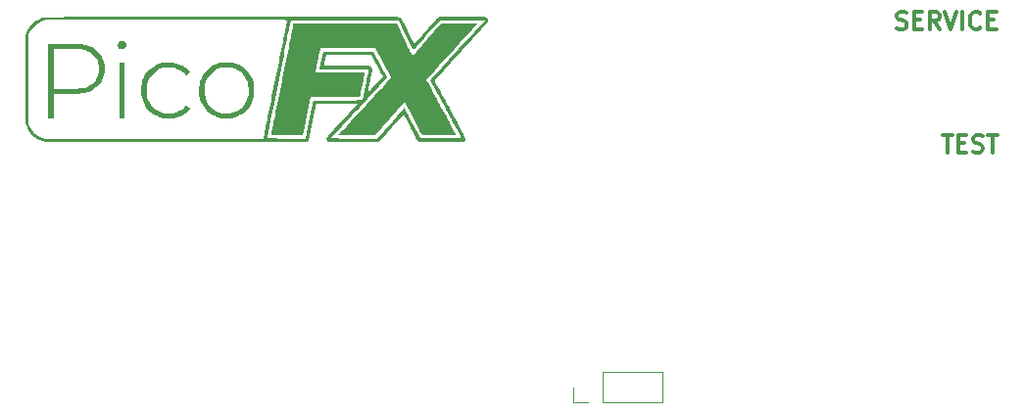
<source format=gto>
%TF.GenerationSoftware,KiCad,Pcbnew,(6.0.8)*%
%TF.CreationDate,2022-10-27T12:36:15-06:00*%
%TF.ProjectId,plate,706c6174-652e-46b6-9963-61645f706362,rev?*%
%TF.SameCoordinates,Original*%
%TF.FileFunction,Legend,Top*%
%TF.FilePolarity,Positive*%
%FSLAX46Y46*%
G04 Gerber Fmt 4.6, Leading zero omitted, Abs format (unit mm)*
G04 Created by KiCad (PCBNEW (6.0.8)) date 2022-10-27 12:36:15*
%MOMM*%
%LPD*%
G01*
G04 APERTURE LIST*
%ADD10C,0.300000*%
%ADD11C,0.120000*%
%ADD12R,1.700000X1.700000*%
%ADD13O,1.700000X1.700000*%
%ADD14C,2.100000*%
%ADD15C,1.750000*%
G04 APERTURE END LIST*
D10*
X209252428Y-102810571D02*
X210109571Y-102810571D01*
X209681000Y-104310571D02*
X209681000Y-102810571D01*
X210609571Y-103524857D02*
X211109571Y-103524857D01*
X211323857Y-104310571D02*
X210609571Y-104310571D01*
X210609571Y-102810571D01*
X211323857Y-102810571D01*
X211895285Y-104239142D02*
X212109571Y-104310571D01*
X212466714Y-104310571D01*
X212609571Y-104239142D01*
X212681000Y-104167714D01*
X212752428Y-104024857D01*
X212752428Y-103882000D01*
X212681000Y-103739142D01*
X212609571Y-103667714D01*
X212466714Y-103596285D01*
X212181000Y-103524857D01*
X212038142Y-103453428D01*
X211966714Y-103382000D01*
X211895285Y-103239142D01*
X211895285Y-103096285D01*
X211966714Y-102953428D01*
X212038142Y-102882000D01*
X212181000Y-102810571D01*
X212538142Y-102810571D01*
X212752428Y-102882000D01*
X213181000Y-102810571D02*
X214038142Y-102810571D01*
X213609571Y-104310571D02*
X213609571Y-102810571D01*
X205323857Y-93571142D02*
X205538142Y-93642571D01*
X205895285Y-93642571D01*
X206038142Y-93571142D01*
X206109571Y-93499714D01*
X206181000Y-93356857D01*
X206181000Y-93214000D01*
X206109571Y-93071142D01*
X206038142Y-92999714D01*
X205895285Y-92928285D01*
X205609571Y-92856857D01*
X205466714Y-92785428D01*
X205395285Y-92714000D01*
X205323857Y-92571142D01*
X205323857Y-92428285D01*
X205395285Y-92285428D01*
X205466714Y-92214000D01*
X205609571Y-92142571D01*
X205966714Y-92142571D01*
X206181000Y-92214000D01*
X206823857Y-92856857D02*
X207323857Y-92856857D01*
X207538142Y-93642571D02*
X206823857Y-93642571D01*
X206823857Y-92142571D01*
X207538142Y-92142571D01*
X209038142Y-93642571D02*
X208538142Y-92928285D01*
X208181000Y-93642571D02*
X208181000Y-92142571D01*
X208752428Y-92142571D01*
X208895285Y-92214000D01*
X208966714Y-92285428D01*
X209038142Y-92428285D01*
X209038142Y-92642571D01*
X208966714Y-92785428D01*
X208895285Y-92856857D01*
X208752428Y-92928285D01*
X208181000Y-92928285D01*
X209466714Y-92142571D02*
X209966714Y-93642571D01*
X210466714Y-92142571D01*
X210966714Y-93642571D02*
X210966714Y-92142571D01*
X212538142Y-93499714D02*
X212466714Y-93571142D01*
X212252428Y-93642571D01*
X212109571Y-93642571D01*
X211895285Y-93571142D01*
X211752428Y-93428285D01*
X211681000Y-93285428D01*
X211609571Y-92999714D01*
X211609571Y-92785428D01*
X211681000Y-92499714D01*
X211752428Y-92356857D01*
X211895285Y-92214000D01*
X212109571Y-92142571D01*
X212252428Y-92142571D01*
X212466714Y-92214000D01*
X212538142Y-92285428D01*
X213181000Y-92856857D02*
X213681000Y-92856857D01*
X213895285Y-93642571D02*
X213181000Y-93642571D01*
X213181000Y-92142571D01*
X213895285Y-92142571D01*
D11*
%TO.C,REF\u002A\u002A*%
X178650000Y-125940000D02*
X177320000Y-125940000D01*
X179920000Y-125940000D02*
X185060000Y-125940000D01*
X179920000Y-125940000D02*
X179920000Y-123280000D01*
X177320000Y-125940000D02*
X177320000Y-124610000D01*
X179920000Y-123280000D02*
X185060000Y-123280000D01*
X185060000Y-125940000D02*
X185060000Y-123280000D01*
%TO.C,G\u002A\u002A\u002A*%
G36*
X130019152Y-101525051D02*
G01*
X130014510Y-101447704D01*
X130010494Y-101357546D01*
X130007065Y-101252818D01*
X130004187Y-101131759D01*
X130001823Y-100992608D01*
X129999936Y-100833604D01*
X129998490Y-100652988D01*
X129997447Y-100448997D01*
X129996771Y-100219872D01*
X129996424Y-99963853D01*
X129996370Y-99679177D01*
X129996572Y-99364086D01*
X129996993Y-99016817D01*
X129997597Y-98635612D01*
X129998345Y-98218708D01*
X129998994Y-97873874D01*
X129999831Y-97441602D01*
X130000642Y-97046400D01*
X130001447Y-96686529D01*
X130002266Y-96360252D01*
X130003119Y-96065829D01*
X130004025Y-95801522D01*
X130005004Y-95565593D01*
X130006077Y-95356303D01*
X130007262Y-95171914D01*
X130008579Y-95010688D01*
X130010049Y-94870886D01*
X130011691Y-94750770D01*
X130013525Y-94648601D01*
X130015571Y-94562641D01*
X130017849Y-94491151D01*
X130020377Y-94432394D01*
X130023177Y-94384630D01*
X130026268Y-94346121D01*
X130029669Y-94315130D01*
X130033400Y-94289916D01*
X130037482Y-94268743D01*
X130040162Y-94257031D01*
X130123542Y-93983524D01*
X130236872Y-93726672D01*
X130377689Y-93490559D01*
X130543529Y-93279272D01*
X130731929Y-93096896D01*
X130747517Y-93083992D01*
X130976952Y-92918009D01*
X131220504Y-92785147D01*
X131483814Y-92682627D01*
X131665128Y-92631697D01*
X131674848Y-92629578D01*
X131686781Y-92627545D01*
X131701731Y-92625597D01*
X131720505Y-92623730D01*
X131743907Y-92621944D01*
X131772743Y-92620235D01*
X131807818Y-92618602D01*
X131849937Y-92617043D01*
X131899907Y-92615556D01*
X131958532Y-92614138D01*
X132026618Y-92612787D01*
X132104970Y-92611501D01*
X132194394Y-92610279D01*
X132295694Y-92609118D01*
X132409677Y-92608015D01*
X132537147Y-92606970D01*
X132678910Y-92605979D01*
X132835772Y-92605040D01*
X133008537Y-92604152D01*
X133198011Y-92603313D01*
X133405000Y-92602520D01*
X133630309Y-92601770D01*
X133874743Y-92601063D01*
X134139107Y-92600396D01*
X134424207Y-92599766D01*
X134730849Y-92599172D01*
X135059837Y-92598612D01*
X135411978Y-92598083D01*
X135788076Y-92597584D01*
X136188936Y-92597111D01*
X136615365Y-92596664D01*
X137068167Y-92596240D01*
X137548149Y-92595837D01*
X138056114Y-92595452D01*
X138592870Y-92595085D01*
X139159220Y-92594731D01*
X139755970Y-92594391D01*
X140383927Y-92594060D01*
X141043895Y-92593738D01*
X141736679Y-92593422D01*
X142463085Y-92593110D01*
X143223918Y-92592799D01*
X144019984Y-92592489D01*
X144852088Y-92592176D01*
X145721035Y-92591859D01*
X146627631Y-92591535D01*
X147038389Y-92591390D01*
X148078721Y-92591049D01*
X149083484Y-92590769D01*
X150052562Y-92590550D01*
X150985834Y-92590393D01*
X151883184Y-92590297D01*
X152744492Y-92590262D01*
X153569641Y-92590288D01*
X154358510Y-92590376D01*
X155110983Y-92590524D01*
X155826941Y-92590733D01*
X156506266Y-92591002D01*
X157148838Y-92591332D01*
X157754540Y-92591722D01*
X158323253Y-92592173D01*
X158854859Y-92592684D01*
X159349239Y-92593255D01*
X159806275Y-92593885D01*
X160225848Y-92594576D01*
X160607841Y-92595327D01*
X160952134Y-92596137D01*
X161258609Y-92597006D01*
X161527149Y-92597936D01*
X161757633Y-92598924D01*
X161949945Y-92599972D01*
X162103965Y-92601079D01*
X162219575Y-92602244D01*
X162296657Y-92603469D01*
X162335093Y-92604753D01*
X162339466Y-92605234D01*
X162402801Y-92633528D01*
X162458610Y-92675778D01*
X162460834Y-92678110D01*
X162478341Y-92704613D01*
X162511667Y-92762634D01*
X162559154Y-92849039D01*
X162619144Y-92960695D01*
X162689979Y-93094468D01*
X162770001Y-93247226D01*
X162857553Y-93415835D01*
X162950977Y-93597162D01*
X163048615Y-93788074D01*
X163061437Y-93813250D01*
X163158292Y-94003071D01*
X163250088Y-94182144D01*
X163335304Y-94347552D01*
X163412417Y-94496378D01*
X163479903Y-94625708D01*
X163536239Y-94732623D01*
X163579903Y-94814209D01*
X163609372Y-94867549D01*
X163623123Y-94889726D01*
X163623827Y-94890179D01*
X163638289Y-94875291D01*
X163676486Y-94833598D01*
X163736413Y-94767341D01*
X163816066Y-94678760D01*
X163913440Y-94570094D01*
X164026531Y-94443585D01*
X164153335Y-94301471D01*
X164291848Y-94145993D01*
X164440065Y-93979391D01*
X164595981Y-93803905D01*
X164617557Y-93779603D01*
X164816397Y-93555993D01*
X164991121Y-93360326D01*
X165143018Y-93191208D01*
X165273379Y-93047248D01*
X165383491Y-92927052D01*
X165474647Y-92829226D01*
X165548134Y-92752378D01*
X165605243Y-92695115D01*
X165647264Y-92656043D01*
X165675486Y-92633769D01*
X165681912Y-92629909D01*
X165764372Y-92586250D01*
X169766699Y-92586250D01*
X169850175Y-92630392D01*
X169917476Y-92678241D01*
X169966539Y-92736148D01*
X169969652Y-92741663D01*
X169996975Y-92821162D01*
X170004234Y-92909897D01*
X169991325Y-92991993D01*
X169971568Y-93035040D01*
X169954989Y-93054601D01*
X169913501Y-93101224D01*
X169848471Y-93173411D01*
X169761269Y-93269666D01*
X169653261Y-93388492D01*
X169525815Y-93528392D01*
X169380300Y-93687868D01*
X169218083Y-93865423D01*
X169040531Y-94059561D01*
X168849014Y-94268784D01*
X168644899Y-94491596D01*
X168429554Y-94726499D01*
X168204346Y-94971997D01*
X167970643Y-95226592D01*
X167729814Y-95488787D01*
X167677158Y-95546093D01*
X167435107Y-95809575D01*
X167199964Y-96065684D01*
X166973088Y-96312931D01*
X166755843Y-96549825D01*
X166549591Y-96774877D01*
X166355692Y-96986596D01*
X166175511Y-97183494D01*
X166010407Y-97364080D01*
X165861744Y-97526863D01*
X165730883Y-97670356D01*
X165619186Y-97793067D01*
X165528015Y-97893506D01*
X165458732Y-97970185D01*
X165412699Y-98021612D01*
X165391279Y-98046299D01*
X165390001Y-98047999D01*
X165387282Y-98055492D01*
X165387382Y-98066974D01*
X165391167Y-98084092D01*
X165399500Y-98108495D01*
X165413246Y-98141832D01*
X165433270Y-98185752D01*
X165460435Y-98241904D01*
X165495607Y-98311936D01*
X165539650Y-98397498D01*
X165593428Y-98500238D01*
X165657806Y-98621805D01*
X165733648Y-98763847D01*
X165821819Y-98928015D01*
X165923184Y-99115955D01*
X166038606Y-99329318D01*
X166168950Y-99569751D01*
X166315081Y-99838905D01*
X166477862Y-100138427D01*
X166658160Y-100469966D01*
X166704630Y-100555396D01*
X166889290Y-100894915D01*
X167056252Y-101202056D01*
X167206402Y-101478513D01*
X167340626Y-101725978D01*
X167459811Y-101946142D01*
X167564844Y-102140698D01*
X167656610Y-102311339D01*
X167735996Y-102459756D01*
X167803889Y-102587641D01*
X167861175Y-102696687D01*
X167908741Y-102788586D01*
X167947472Y-102865030D01*
X167978255Y-102927711D01*
X168001977Y-102978321D01*
X168019524Y-103018553D01*
X168031782Y-103050099D01*
X168039638Y-103074651D01*
X168043978Y-103093901D01*
X168045688Y-103109541D01*
X168045836Y-103115818D01*
X168028819Y-103220492D01*
X167979711Y-103305947D01*
X167901430Y-103367822D01*
X167866876Y-103383406D01*
X167850253Y-103388658D01*
X167828243Y-103393276D01*
X167798503Y-103397291D01*
X167758691Y-103400734D01*
X167706463Y-103403636D01*
X167639477Y-103406027D01*
X167555391Y-103407940D01*
X167451860Y-103409404D01*
X167326543Y-103410452D01*
X167177097Y-103411113D01*
X167001178Y-103411419D01*
X166796445Y-103411402D01*
X166560553Y-103411091D01*
X166291161Y-103410519D01*
X165985926Y-103409716D01*
X165898624Y-103409468D01*
X164013368Y-103404049D01*
X163941869Y-103345837D01*
X163924857Y-103329206D01*
X163904337Y-103303249D01*
X163878987Y-103265521D01*
X163847484Y-103213579D01*
X163808506Y-103144981D01*
X163760731Y-103057281D01*
X163702836Y-102948038D01*
X163633498Y-102814806D01*
X163551396Y-102655144D01*
X163455207Y-102466607D01*
X163343609Y-102246752D01*
X163293566Y-102147928D01*
X163194509Y-101952363D01*
X163100499Y-101767071D01*
X163013016Y-101594949D01*
X162933540Y-101438893D01*
X162863548Y-101301799D01*
X162804521Y-101186561D01*
X162757937Y-101096076D01*
X162725277Y-101033240D01*
X162708018Y-101000947D01*
X162705728Y-100997198D01*
X162691563Y-101009726D01*
X162653855Y-101049367D01*
X162594535Y-101113957D01*
X162515533Y-101201331D01*
X162418780Y-101309324D01*
X162306207Y-101435772D01*
X162179742Y-101578510D01*
X162041318Y-101735374D01*
X161892865Y-101904198D01*
X161736312Y-102082818D01*
X161672053Y-102156299D01*
X161463269Y-102394766D01*
X161278710Y-102604631D01*
X161117487Y-102786873D01*
X160978706Y-102942476D01*
X160861479Y-103072420D01*
X160764914Y-103177687D01*
X160688120Y-103259257D01*
X160630206Y-103318114D01*
X160590281Y-103355237D01*
X160569993Y-103370344D01*
X160490575Y-103414255D01*
X158370770Y-103409152D01*
X158038492Y-103408343D01*
X157742824Y-103407578D01*
X157481567Y-103406810D01*
X157252524Y-103405994D01*
X157053496Y-103405084D01*
X156882285Y-103404035D01*
X156736692Y-103402801D01*
X156614520Y-103401337D01*
X156513570Y-103399596D01*
X156431643Y-103397534D01*
X156366542Y-103395105D01*
X156316069Y-103392262D01*
X156278024Y-103388961D01*
X156250210Y-103385155D01*
X156230429Y-103380799D01*
X156216482Y-103375848D01*
X156206171Y-103370256D01*
X156197384Y-103364042D01*
X156119033Y-103286497D01*
X156070907Y-103197151D01*
X156054983Y-103103058D01*
X156073241Y-103011272D01*
X156089322Y-102978857D01*
X156108003Y-102955173D01*
X156151228Y-102905104D01*
X156217130Y-102830703D01*
X156303844Y-102734022D01*
X156409503Y-102617113D01*
X156532242Y-102482027D01*
X156670194Y-102330817D01*
X156821492Y-102165533D01*
X156984272Y-101988229D01*
X157156667Y-101800956D01*
X157336810Y-101605766D01*
X157416080Y-101520029D01*
X157598001Y-101323275D01*
X157772388Y-101134479D01*
X157937441Y-100955600D01*
X158091360Y-100788597D01*
X158232346Y-100635428D01*
X158358600Y-100498053D01*
X158468321Y-100378431D01*
X158559711Y-100278519D01*
X158630970Y-100200278D01*
X158680298Y-100145666D01*
X158705896Y-100116641D01*
X158709218Y-100112395D01*
X158691222Y-100109920D01*
X158637017Y-100107562D01*
X158549202Y-100105346D01*
X158430376Y-100103296D01*
X158283138Y-100101436D01*
X158110086Y-100099791D01*
X157913820Y-100098386D01*
X157696938Y-100097244D01*
X157462041Y-100096391D01*
X157211726Y-100095850D01*
X156948592Y-100095647D01*
X156928889Y-100095646D01*
X156669228Y-100095701D01*
X156420898Y-100095861D01*
X156186607Y-100096118D01*
X155969061Y-100096465D01*
X155770968Y-100096892D01*
X155595035Y-100097394D01*
X155443970Y-100097960D01*
X155320479Y-100098585D01*
X155227270Y-100099259D01*
X155167049Y-100099976D01*
X155142525Y-100100726D01*
X155142093Y-100100841D01*
X155138249Y-100127575D01*
X155127194Y-100188611D01*
X155109643Y-100280472D01*
X155086312Y-100399679D01*
X155057915Y-100542754D01*
X155025167Y-100706217D01*
X154988785Y-100886591D01*
X154949481Y-101080396D01*
X154907973Y-101284155D01*
X154864975Y-101494389D01*
X154821202Y-101707619D01*
X154777369Y-101920368D01*
X154734191Y-102129155D01*
X154692384Y-102330503D01*
X154652663Y-102520934D01*
X154615742Y-102696968D01*
X154582338Y-102855128D01*
X154553164Y-102991935D01*
X154528936Y-103103909D01*
X154510370Y-103187574D01*
X154498180Y-103239450D01*
X154493504Y-103255716D01*
X154456814Y-103306471D01*
X154406666Y-103354050D01*
X154400178Y-103358860D01*
X154336822Y-103404049D01*
X143150343Y-103406479D01*
X142466488Y-103406598D01*
X141794508Y-103406657D01*
X141135420Y-103406657D01*
X140490246Y-103406599D01*
X139860003Y-103406485D01*
X139245711Y-103406315D01*
X138648389Y-103406092D01*
X138069056Y-103405817D01*
X137508732Y-103405490D01*
X136968435Y-103405113D01*
X136449185Y-103404688D01*
X135952001Y-103404216D01*
X135477902Y-103403697D01*
X135027907Y-103403134D01*
X134603035Y-103402528D01*
X134204306Y-103401880D01*
X133832738Y-103401191D01*
X133489350Y-103400463D01*
X133175163Y-103399697D01*
X132891195Y-103398894D01*
X132638465Y-103398056D01*
X132417992Y-103397183D01*
X132230795Y-103396278D01*
X132077895Y-103395341D01*
X131960309Y-103394374D01*
X131879056Y-103393379D01*
X131835157Y-103392355D01*
X131828036Y-103391909D01*
X131557624Y-103338989D01*
X131299144Y-103250870D01*
X131055580Y-103130115D01*
X130829921Y-102979289D01*
X130625153Y-102800955D01*
X130444263Y-102597678D01*
X130290236Y-102372023D01*
X130166060Y-102126551D01*
X130083198Y-101893939D01*
X130072231Y-101855691D01*
X130062184Y-101818717D01*
X130053020Y-101781257D01*
X130044702Y-101741551D01*
X130037193Y-101697838D01*
X130030456Y-101648357D01*
X130029395Y-101638274D01*
X130256302Y-101638274D01*
X130309794Y-101808804D01*
X130411213Y-102073102D01*
X130541486Y-102311513D01*
X130700481Y-102523882D01*
X130888067Y-102710053D01*
X131104114Y-102869868D01*
X131285557Y-102972747D01*
X131431802Y-103037172D01*
X131592341Y-103092669D01*
X131747761Y-103132787D01*
X131792328Y-103141169D01*
X131817613Y-103142187D01*
X131880507Y-103143197D01*
X131979811Y-103144198D01*
X132114327Y-103145187D01*
X132282856Y-103146161D01*
X132484199Y-103147119D01*
X132717158Y-103148058D01*
X132980532Y-103148976D01*
X133273124Y-103149871D01*
X133593734Y-103150740D01*
X133941164Y-103151580D01*
X134314214Y-103152391D01*
X134711687Y-103153169D01*
X135132383Y-103153913D01*
X135575102Y-103154619D01*
X136038648Y-103155286D01*
X136521819Y-103155911D01*
X137023419Y-103156492D01*
X137542247Y-103157027D01*
X138077105Y-103157513D01*
X138626794Y-103157949D01*
X139190115Y-103158331D01*
X139765870Y-103158658D01*
X140352859Y-103158927D01*
X140949884Y-103159136D01*
X141243888Y-103159215D01*
X150601528Y-103161498D01*
X150601528Y-103107468D01*
X150605281Y-103085771D01*
X150606238Y-103080739D01*
X150911994Y-103080739D01*
X150921847Y-103084954D01*
X150952561Y-103088665D01*
X151005867Y-103091895D01*
X151083497Y-103094669D01*
X151187183Y-103097009D01*
X151318657Y-103098939D01*
X151479649Y-103100484D01*
X151671892Y-103101665D01*
X151897118Y-103102507D01*
X152157057Y-103103034D01*
X152453442Y-103103268D01*
X152570677Y-103103285D01*
X154229360Y-103103285D01*
X154239836Y-103059626D01*
X154244936Y-103035289D01*
X154256862Y-102976713D01*
X154274940Y-102887273D01*
X154298495Y-102770344D01*
X154326850Y-102629304D01*
X154359331Y-102467526D01*
X154395262Y-102288388D01*
X154433970Y-102095264D01*
X154474777Y-101891531D01*
X154517009Y-101680564D01*
X154559992Y-101465740D01*
X154603049Y-101250433D01*
X154645506Y-101038019D01*
X154686687Y-100831875D01*
X154725917Y-100635376D01*
X154762521Y-100451897D01*
X154795825Y-100284815D01*
X154825151Y-100137505D01*
X154849827Y-100013343D01*
X154869175Y-99915705D01*
X154882522Y-99847966D01*
X154889191Y-99813503D01*
X154889839Y-99809769D01*
X154908831Y-99809078D01*
X154964153Y-99808415D01*
X155053330Y-99807784D01*
X155173884Y-99807192D01*
X155323339Y-99806646D01*
X155499218Y-99806150D01*
X155699043Y-99805712D01*
X155920337Y-99805336D01*
X156160624Y-99805030D01*
X156417427Y-99804799D01*
X156688269Y-99804649D01*
X156970673Y-99804586D01*
X157024293Y-99804584D01*
X157308574Y-99804466D01*
X157581755Y-99804120D01*
X157841357Y-99803563D01*
X158084905Y-99802810D01*
X158309921Y-99801877D01*
X158513928Y-99800779D01*
X158694449Y-99799531D01*
X158849008Y-99798149D01*
X158975127Y-99796648D01*
X159070330Y-99795044D01*
X159132139Y-99793353D01*
X159158078Y-99791589D01*
X159158747Y-99791254D01*
X159162519Y-99769853D01*
X159173321Y-99714211D01*
X159190387Y-99628102D01*
X159212946Y-99515303D01*
X159240232Y-99379589D01*
X159271475Y-99224735D01*
X159305906Y-99054516D01*
X159342758Y-98872708D01*
X159381262Y-98683085D01*
X159420649Y-98489424D01*
X159460151Y-98295499D01*
X159499000Y-98105086D01*
X159536426Y-97921960D01*
X159571663Y-97749896D01*
X159603940Y-97592669D01*
X159632490Y-97454056D01*
X159656544Y-97337830D01*
X159675335Y-97247768D01*
X159688092Y-97187644D01*
X159694048Y-97161235D01*
X159694182Y-97160772D01*
X159694349Y-97155461D01*
X159689968Y-97150733D01*
X159678927Y-97146555D01*
X159659111Y-97142892D01*
X159628406Y-97139710D01*
X159584698Y-97136977D01*
X159525873Y-97134658D01*
X159449817Y-97132719D01*
X159354417Y-97131127D01*
X159237557Y-97129848D01*
X159097125Y-97128848D01*
X158931005Y-97128093D01*
X158737085Y-97127549D01*
X158513250Y-97127184D01*
X158257386Y-97126962D01*
X157967378Y-97126851D01*
X157641114Y-97126816D01*
X157568916Y-97126815D01*
X157234802Y-97126791D01*
X156937373Y-97126696D01*
X156674504Y-97126496D01*
X156444071Y-97126158D01*
X156243952Y-97125648D01*
X156072021Y-97124933D01*
X155926155Y-97123977D01*
X155804231Y-97122748D01*
X155704123Y-97121212D01*
X155623709Y-97119334D01*
X155560865Y-97117082D01*
X155513467Y-97114422D01*
X155479390Y-97111319D01*
X155456511Y-97107740D01*
X155442706Y-97103651D01*
X155435852Y-97099018D01*
X155433824Y-97093808D01*
X155433806Y-97092858D01*
X155437741Y-97066797D01*
X155448676Y-97007070D01*
X155465760Y-96918014D01*
X155485710Y-96816349D01*
X155797309Y-96816349D01*
X157779415Y-96816349D01*
X158108524Y-96816420D01*
X158400952Y-96816654D01*
X158658827Y-96817078D01*
X158884277Y-96817721D01*
X159079430Y-96818609D01*
X159246413Y-96819773D01*
X159387353Y-96821239D01*
X159504379Y-96823036D01*
X159599617Y-96825191D01*
X159675196Y-96827734D01*
X159733243Y-96830692D01*
X159775885Y-96834093D01*
X159805251Y-96837966D01*
X159823468Y-96842338D01*
X159826254Y-96843396D01*
X159895129Y-96889140D01*
X159955434Y-96958693D01*
X159995139Y-97037211D01*
X160000950Y-97058900D01*
X159999987Y-97093829D01*
X159990479Y-97166169D01*
X159972501Y-97275495D01*
X159946132Y-97421380D01*
X159911450Y-97603399D01*
X159868532Y-97821124D01*
X159817454Y-98074129D01*
X159809034Y-98115389D01*
X159769960Y-98306973D01*
X159733342Y-98487222D01*
X159699902Y-98652532D01*
X159670363Y-98799298D01*
X159645448Y-98923915D01*
X159625878Y-99022778D01*
X159612376Y-99092283D01*
X159605663Y-99128826D01*
X159605042Y-99133412D01*
X159615402Y-99137949D01*
X159631588Y-99124747D01*
X159649799Y-99105089D01*
X159691625Y-99059844D01*
X159754363Y-98991941D01*
X159835304Y-98904311D01*
X159931745Y-98799882D01*
X160040978Y-98681585D01*
X160160297Y-98552350D01*
X160282228Y-98420273D01*
X160906322Y-97744212D01*
X160751520Y-97450067D01*
X160704708Y-97361331D01*
X160643102Y-97244877D01*
X160570163Y-97107232D01*
X160489355Y-96954923D01*
X160404140Y-96794478D01*
X160317981Y-96632425D01*
X160260964Y-96525287D01*
X159925210Y-95894653D01*
X157955251Y-95889711D01*
X155985292Y-95884768D01*
X155900565Y-96306899D01*
X155875372Y-96432310D01*
X155852308Y-96546915D01*
X155832619Y-96644536D01*
X155817553Y-96718995D01*
X155808357Y-96764112D01*
X155806574Y-96772690D01*
X155797309Y-96816349D01*
X155485710Y-96816349D01*
X155488139Y-96803970D01*
X155514961Y-96669275D01*
X155545373Y-96518268D01*
X155578521Y-96355287D01*
X155585423Y-96321544D01*
X155736389Y-95584187D01*
X157919000Y-95579253D01*
X160101612Y-95574319D01*
X160690322Y-96681494D01*
X161279032Y-97788668D01*
X161230658Y-97840973D01*
X161091988Y-97990945D01*
X160937540Y-98158038D01*
X160768849Y-98340592D01*
X160587448Y-98536943D01*
X160394872Y-98745428D01*
X160192655Y-98964386D01*
X159982331Y-99192153D01*
X159765433Y-99427068D01*
X159543496Y-99667468D01*
X159318053Y-99911690D01*
X159090639Y-100158072D01*
X158862787Y-100404952D01*
X158636032Y-100650666D01*
X158411907Y-100893553D01*
X158191946Y-101131949D01*
X157977684Y-101364193D01*
X157770653Y-101588622D01*
X157572390Y-101803573D01*
X157384426Y-102007385D01*
X157208296Y-102198394D01*
X157045535Y-102374937D01*
X156897676Y-102535354D01*
X156766253Y-102677980D01*
X156652799Y-102801154D01*
X156558850Y-102903212D01*
X156485939Y-102982494D01*
X156435599Y-103037335D01*
X156409366Y-103066074D01*
X156405836Y-103070045D01*
X156403180Y-103075373D01*
X156405680Y-103080102D01*
X156415484Y-103084265D01*
X156434739Y-103087901D01*
X156465593Y-103091043D01*
X156510193Y-103093728D01*
X156570685Y-103095991D01*
X156649219Y-103097869D01*
X156747940Y-103099396D01*
X156868996Y-103100608D01*
X157014536Y-103101542D01*
X157186705Y-103102232D01*
X157387651Y-103102715D01*
X157619522Y-103103026D01*
X157884466Y-103103200D01*
X158184628Y-103103274D01*
X158406948Y-103103285D01*
X160434691Y-103103285D01*
X161593110Y-101778954D01*
X161762995Y-101584851D01*
X161925661Y-101399216D01*
X162079288Y-101224115D01*
X162222055Y-101061613D01*
X162352141Y-100913773D01*
X162467727Y-100782662D01*
X162566991Y-100670344D01*
X162648114Y-100578884D01*
X162709274Y-100510346D01*
X162748651Y-100466797D01*
X162764425Y-100450300D01*
X162764573Y-100450218D01*
X162775185Y-100466396D01*
X162801870Y-100514598D01*
X162843263Y-100592181D01*
X162897995Y-100696501D01*
X162964698Y-100824914D01*
X163042007Y-100974776D01*
X163128552Y-101143444D01*
X163222967Y-101328274D01*
X163323884Y-101526623D01*
X163429936Y-101735846D01*
X163447058Y-101769698D01*
X164116501Y-103093583D01*
X165925935Y-103098534D01*
X166187269Y-103099184D01*
X166437288Y-103099680D01*
X166673302Y-103100022D01*
X166892622Y-103100213D01*
X167092557Y-103100255D01*
X167270417Y-103100150D01*
X167423512Y-103099899D01*
X167549152Y-103099505D01*
X167644646Y-103098969D01*
X167707304Y-103098292D01*
X167734436Y-103097478D01*
X167735370Y-103097281D01*
X167726265Y-103079827D01*
X167699627Y-103030165D01*
X167656478Y-102950172D01*
X167597835Y-102841729D01*
X167524718Y-102706712D01*
X167438147Y-102547001D01*
X167339141Y-102364474D01*
X167228720Y-102161011D01*
X167107901Y-101938489D01*
X166977706Y-101698787D01*
X166839153Y-101443784D01*
X166693261Y-101175358D01*
X166541050Y-100895389D01*
X166383540Y-100605754D01*
X166358703Y-100560092D01*
X164982036Y-98029107D01*
X165046038Y-97961192D01*
X165066558Y-97939042D01*
X165111765Y-97889971D01*
X165180118Y-97815660D01*
X165270073Y-97717789D01*
X165380088Y-97598039D01*
X165508619Y-97458089D01*
X165654124Y-97299621D01*
X165815060Y-97124315D01*
X165989884Y-96933851D01*
X166177053Y-96729909D01*
X166375025Y-96514171D01*
X166582257Y-96288316D01*
X166797205Y-96054025D01*
X166970106Y-95865547D01*
X167197713Y-95617441D01*
X167423657Y-95371183D01*
X167645967Y-95128918D01*
X167862674Y-94892791D01*
X168071808Y-94664947D01*
X168271402Y-94447530D01*
X168459484Y-94242685D01*
X168634086Y-94052557D01*
X168793238Y-93879291D01*
X168934971Y-93725032D01*
X169057316Y-93591924D01*
X169158303Y-93482112D01*
X169235962Y-93397742D01*
X169264047Y-93367266D01*
X169697922Y-92896716D01*
X165815322Y-92896716D01*
X164684552Y-94167616D01*
X164479265Y-94398111D01*
X164298246Y-94600832D01*
X164140186Y-94777193D01*
X164003778Y-94928607D01*
X163887714Y-95056487D01*
X163790685Y-95162249D01*
X163711383Y-95247306D01*
X163648501Y-95313071D01*
X163600730Y-95360959D01*
X163566763Y-95392383D01*
X163545291Y-95408758D01*
X163535006Y-95411497D01*
X163534377Y-95410862D01*
X163522589Y-95389375D01*
X163494707Y-95336084D01*
X163452172Y-95253807D01*
X163396425Y-95145360D01*
X163328909Y-95013561D01*
X163251064Y-94861226D01*
X163164333Y-94691172D01*
X163070155Y-94506217D01*
X162969974Y-94309176D01*
X162884339Y-94140528D01*
X162253705Y-92897847D01*
X157601566Y-92897281D01*
X157179489Y-92897278D01*
X156767714Y-92897371D01*
X156367919Y-92897556D01*
X155981781Y-92897828D01*
X155610978Y-92898184D01*
X155257189Y-92898619D01*
X154922090Y-92899129D01*
X154607359Y-92899711D01*
X154314675Y-92900360D01*
X154045714Y-92901072D01*
X153802156Y-92901843D01*
X153585677Y-92902670D01*
X153397955Y-92903547D01*
X153240668Y-92904471D01*
X153115495Y-92905438D01*
X153024112Y-92906444D01*
X152968197Y-92907485D01*
X152949427Y-92908546D01*
X152945654Y-92928338D01*
X152934544Y-92984612D01*
X152916412Y-93075802D01*
X152891571Y-93200343D01*
X152860335Y-93356671D01*
X152823018Y-93543220D01*
X152779933Y-93758425D01*
X152731394Y-94000721D01*
X152677716Y-94268543D01*
X152619211Y-94560326D01*
X152556194Y-94874505D01*
X152488979Y-95209514D01*
X152417879Y-95563788D01*
X152343209Y-95935763D01*
X152265281Y-96323874D01*
X152184410Y-96726554D01*
X152100910Y-97142240D01*
X152015095Y-97569365D01*
X151930710Y-97989284D01*
X151842945Y-98426069D01*
X151757194Y-98852991D01*
X151673773Y-99268480D01*
X151592994Y-99670966D01*
X151515172Y-100058882D01*
X151440621Y-100430656D01*
X151369656Y-100784720D01*
X151302589Y-101119504D01*
X151239735Y-101433439D01*
X151181409Y-101724955D01*
X151127923Y-101992482D01*
X151079592Y-102234452D01*
X151036731Y-102449295D01*
X150999653Y-102635441D01*
X150968672Y-102791320D01*
X150944102Y-102915364D01*
X150926258Y-103006003D01*
X150915453Y-103061668D01*
X150911994Y-103080739D01*
X150606238Y-103080739D01*
X150616287Y-103027929D01*
X150634166Y-102935847D01*
X150658536Y-102811430D01*
X150689017Y-102656584D01*
X150725228Y-102473212D01*
X150766788Y-102263221D01*
X150813317Y-102028516D01*
X150864435Y-101771001D01*
X150919760Y-101492581D01*
X150978912Y-101195163D01*
X151041509Y-100880649D01*
X151107172Y-100550947D01*
X151175520Y-100207961D01*
X151246172Y-99853595D01*
X151318747Y-99489755D01*
X151392865Y-99118347D01*
X151468145Y-98741275D01*
X151544206Y-98360443D01*
X151620668Y-97977759D01*
X151697150Y-97595125D01*
X151773271Y-97214448D01*
X151848650Y-96837632D01*
X151922907Y-96466583D01*
X151995662Y-96103206D01*
X152066533Y-95749405D01*
X152135140Y-95407086D01*
X152201102Y-95078154D01*
X152264038Y-94764514D01*
X152323569Y-94468071D01*
X152379312Y-94190730D01*
X152430888Y-93934396D01*
X152477915Y-93700974D01*
X152520014Y-93492370D01*
X152556802Y-93310488D01*
X152587901Y-93157233D01*
X152612928Y-93034511D01*
X152631504Y-92944226D01*
X152643248Y-92888284D01*
X152646776Y-92872336D01*
X152646193Y-92869852D01*
X152642603Y-92867493D01*
X152635047Y-92865255D01*
X152622561Y-92863138D01*
X152604186Y-92861137D01*
X152578959Y-92859251D01*
X152545920Y-92857476D01*
X152504107Y-92855810D01*
X152452559Y-92854250D01*
X152390314Y-92852793D01*
X152316412Y-92851438D01*
X152229891Y-92850180D01*
X152129790Y-92849018D01*
X152015148Y-92847949D01*
X151885002Y-92846970D01*
X151738393Y-92846078D01*
X151574359Y-92845271D01*
X151391938Y-92844545D01*
X151190169Y-92843900D01*
X150968091Y-92843330D01*
X150724742Y-92842835D01*
X150459163Y-92842412D01*
X150170390Y-92842056D01*
X149857463Y-92841767D01*
X149519421Y-92841541D01*
X149155302Y-92841376D01*
X148764145Y-92841268D01*
X148344988Y-92841216D01*
X147896871Y-92841216D01*
X147418833Y-92841266D01*
X146909911Y-92841363D01*
X146369145Y-92841505D01*
X145795574Y-92841689D01*
X145188235Y-92841911D01*
X144546168Y-92842171D01*
X143868412Y-92842464D01*
X143154006Y-92842788D01*
X142401987Y-92843140D01*
X142212310Y-92843230D01*
X131769824Y-92848205D01*
X131599294Y-92901697D01*
X131334993Y-93003478D01*
X131095735Y-93134744D01*
X130882416Y-93294600D01*
X130695930Y-93482150D01*
X130537174Y-93696499D01*
X130407042Y-93936751D01*
X130309794Y-94191197D01*
X130256302Y-94361727D01*
X130256302Y-101638274D01*
X130029395Y-101638274D01*
X130024455Y-101591349D01*
X130019152Y-101525051D01*
G37*
G36*
X133404622Y-94920567D02*
G01*
X133680063Y-94922138D01*
X133919852Y-94923639D01*
X134127143Y-94925241D01*
X134305091Y-94927115D01*
X134456850Y-94929435D01*
X134585575Y-94932372D01*
X134694422Y-94936099D01*
X134786544Y-94940787D01*
X134865096Y-94946609D01*
X134933233Y-94953737D01*
X134994110Y-94962342D01*
X135050882Y-94972598D01*
X135106703Y-94984675D01*
X135164728Y-94998747D01*
X135228111Y-95014985D01*
X135252864Y-95021399D01*
X135533519Y-95110414D01*
X135793244Y-95225875D01*
X136029130Y-95365877D01*
X136238268Y-95528514D01*
X136417749Y-95711883D01*
X136527094Y-95855845D01*
X136647947Y-96057219D01*
X136740675Y-96264802D01*
X136806932Y-96484622D01*
X136848374Y-96722713D01*
X136866654Y-96985104D01*
X136867854Y-97097709D01*
X136852647Y-97387111D01*
X136808815Y-97651936D01*
X136735332Y-97894890D01*
X136631172Y-98118677D01*
X136495308Y-98326005D01*
X136329793Y-98516455D01*
X136129635Y-98697145D01*
X135911386Y-98849631D01*
X135672254Y-98975172D01*
X135409444Y-99075026D01*
X135120160Y-99150452D01*
X134807079Y-99202031D01*
X134751657Y-99206386D01*
X134660686Y-99210333D01*
X134537420Y-99213818D01*
X134385118Y-99216788D01*
X134207034Y-99219190D01*
X134006426Y-99220972D01*
X133786549Y-99222079D01*
X133550662Y-99222460D01*
X132458670Y-99222460D01*
X132458670Y-101337510D01*
X132229055Y-101337510D01*
X132138283Y-101336475D01*
X132062159Y-101333660D01*
X132008811Y-101329498D01*
X131986503Y-101324574D01*
X131985091Y-101304078D01*
X131983722Y-101246807D01*
X131982404Y-101154796D01*
X131981145Y-101030079D01*
X131979954Y-100874690D01*
X131978839Y-100690662D01*
X131977808Y-100480030D01*
X131976869Y-100244828D01*
X131976031Y-99987090D01*
X131975301Y-99708850D01*
X131974688Y-99412141D01*
X131974200Y-99098998D01*
X131973871Y-98795570D01*
X132458670Y-98795570D01*
X133525230Y-98795570D01*
X133772325Y-98795366D01*
X133984098Y-98794700D01*
X134164032Y-98793492D01*
X134315611Y-98791659D01*
X134442318Y-98789119D01*
X134547639Y-98785792D01*
X134635055Y-98781595D01*
X134708052Y-98776448D01*
X134770113Y-98770268D01*
X134806756Y-98765587D01*
X135091610Y-98711167D01*
X135350831Y-98631290D01*
X135583217Y-98526649D01*
X135787561Y-98397934D01*
X135962662Y-98245837D01*
X136107313Y-98071050D01*
X136160241Y-97988427D01*
X136253654Y-97802612D01*
X136320213Y-97605124D01*
X136361421Y-97389740D01*
X136378781Y-97150240D01*
X136379575Y-97080842D01*
X136367608Y-96821512D01*
X136330863Y-96589278D01*
X136268000Y-96380307D01*
X136177680Y-96190767D01*
X136058566Y-96016822D01*
X135974044Y-95919751D01*
X135828581Y-95781664D01*
X135673253Y-95667981D01*
X135499156Y-95573215D01*
X135297387Y-95491881D01*
X135257465Y-95478251D01*
X135182846Y-95453740D01*
X135114579Y-95432683D01*
X135049082Y-95414795D01*
X134982771Y-95399791D01*
X134912065Y-95387388D01*
X134833379Y-95377301D01*
X134743131Y-95369245D01*
X134637739Y-95362937D01*
X134513619Y-95358091D01*
X134367189Y-95354424D01*
X134194866Y-95351651D01*
X133993066Y-95349487D01*
X133758208Y-95347648D01*
X133598663Y-95346574D01*
X132458670Y-95339130D01*
X132458670Y-98795570D01*
X131973871Y-98795570D01*
X131973845Y-98771454D01*
X131973632Y-98431545D01*
X131973567Y-98112056D01*
X131973567Y-94912473D01*
X133404622Y-94920567D01*
G37*
G36*
X138609778Y-101337510D02*
G01*
X138144079Y-101337510D01*
X138144079Y-96544691D01*
X138609778Y-96544691D01*
X138609778Y-101337510D01*
G37*
G36*
X145022420Y-98708609D02*
G01*
X145064180Y-98413743D01*
X145138343Y-98128855D01*
X145243911Y-97856996D01*
X145379884Y-97601217D01*
X145545265Y-97364570D01*
X145739053Y-97150107D01*
X145960251Y-96960879D01*
X145976706Y-96948679D01*
X146161538Y-96829777D01*
X146372904Y-96722667D01*
X146599128Y-96632354D01*
X146828535Y-96563843D01*
X146924446Y-96542491D01*
X147020925Y-96529089D01*
X147146024Y-96520086D01*
X147289950Y-96515398D01*
X147442911Y-96514937D01*
X147595115Y-96518620D01*
X147736770Y-96526359D01*
X147858084Y-96538069D01*
X147939205Y-96551365D01*
X148235328Y-96633920D01*
X148509221Y-96748067D01*
X148762159Y-96894522D01*
X148995418Y-97073996D01*
X149163351Y-97236129D01*
X149352761Y-97464927D01*
X149510739Y-97716034D01*
X149636526Y-97987988D01*
X149729363Y-98279324D01*
X149750329Y-98368679D01*
X149772447Y-98502544D01*
X149787796Y-98661569D01*
X149796275Y-98835108D01*
X149797780Y-99012517D01*
X149792209Y-99183151D01*
X149779460Y-99336366D01*
X149760773Y-99455310D01*
X149677605Y-99764112D01*
X149564283Y-100048581D01*
X149420858Y-100308634D01*
X149247383Y-100544187D01*
X149043909Y-100755157D01*
X148863882Y-100902984D01*
X148613346Y-101064805D01*
X148344520Y-101193138D01*
X148061377Y-101286280D01*
X147875248Y-101326505D01*
X147758718Y-101341137D01*
X147615985Y-101350497D01*
X147458528Y-101354598D01*
X147297823Y-101353453D01*
X147145348Y-101347076D01*
X147012580Y-101335479D01*
X146943850Y-101325432D01*
X146651508Y-101253748D01*
X146375968Y-101148300D01*
X146119470Y-101011158D01*
X145884254Y-100844391D01*
X145672559Y-100650070D01*
X145486625Y-100430266D01*
X145328693Y-100187048D01*
X145201001Y-99922487D01*
X145105789Y-99638654D01*
X145101547Y-99622555D01*
X145040105Y-99316066D01*
X145014423Y-99014633D01*
X145498241Y-99014633D01*
X145518860Y-99275866D01*
X145567780Y-99524967D01*
X145589517Y-99600841D01*
X145687815Y-99856494D01*
X145816416Y-100090945D01*
X145973278Y-100301737D01*
X146156362Y-100486415D01*
X146363627Y-100642521D01*
X146536363Y-100740691D01*
X146790804Y-100845813D01*
X147054415Y-100913390D01*
X147325522Y-100943139D01*
X147602451Y-100934778D01*
X147652610Y-100929225D01*
X147921137Y-100877518D01*
X148173394Y-100791360D01*
X148407102Y-100672495D01*
X148619982Y-100522672D01*
X148809755Y-100343636D01*
X148974142Y-100137134D01*
X149110863Y-99904912D01*
X149175282Y-99762349D01*
X149248268Y-99539164D01*
X149296712Y-99295000D01*
X149320358Y-99039144D01*
X149318952Y-98780886D01*
X149292239Y-98529516D01*
X149239964Y-98294321D01*
X149217508Y-98223148D01*
X149110495Y-97965746D01*
X148974227Y-97732296D01*
X148810447Y-97524470D01*
X148620900Y-97343944D01*
X148407333Y-97192389D01*
X148171489Y-97071478D01*
X147927609Y-96986305D01*
X147866353Y-96970869D01*
X147805538Y-96959655D01*
X147737196Y-96951995D01*
X147653356Y-96947220D01*
X147546047Y-96944664D01*
X147419251Y-96943695D01*
X147286079Y-96943764D01*
X147183525Y-96945451D01*
X147103410Y-96949438D01*
X147037556Y-96956405D01*
X146977784Y-96967032D01*
X146915914Y-96982001D01*
X146896636Y-96987189D01*
X146639956Y-97076563D01*
X146404593Y-97198072D01*
X146191880Y-97350583D01*
X146003152Y-97532965D01*
X145839741Y-97744086D01*
X145702981Y-97982813D01*
X145688497Y-98013105D01*
X145601050Y-98240504D01*
X145539849Y-98488715D01*
X145505409Y-98749504D01*
X145498241Y-99014633D01*
X145014423Y-99014633D01*
X145014062Y-99010400D01*
X145022420Y-98708609D01*
G37*
G36*
X138490315Y-94650081D02*
G01*
X138538093Y-94667318D01*
X138578445Y-94689266D01*
X138669908Y-94760235D01*
X138727370Y-94847834D01*
X138753136Y-94956143D01*
X138755097Y-95002063D01*
X138743496Y-95111706D01*
X138705269Y-95201871D01*
X138635323Y-95282919D01*
X138603833Y-95309899D01*
X138556245Y-95343837D01*
X138509540Y-95363018D01*
X138448361Y-95372367D01*
X138400090Y-95375229D01*
X138314722Y-95375219D01*
X138252098Y-95364682D01*
X138198482Y-95341915D01*
X138106753Y-95274943D01*
X138047005Y-95189119D01*
X138016695Y-95080221D01*
X138012435Y-95033311D01*
X138016675Y-94921973D01*
X138045316Y-94833174D01*
X138103109Y-94755984D01*
X138152067Y-94712060D01*
X138198635Y-94679149D01*
X138245968Y-94659996D01*
X138308802Y-94649903D01*
X138358080Y-94646351D01*
X138435558Y-94644114D01*
X138490315Y-94650081D01*
G37*
G36*
X156583050Y-93172413D02*
G01*
X156978393Y-93172612D01*
X157385091Y-93172933D01*
X157630382Y-93173183D01*
X162078489Y-93178075D01*
X162777327Y-94550608D01*
X162886739Y-94765090D01*
X162991250Y-94969177D01*
X163089510Y-95160280D01*
X163180167Y-95335807D01*
X163261870Y-95493166D01*
X163333268Y-95629766D01*
X163393009Y-95743016D01*
X163439743Y-95830325D01*
X163472118Y-95889101D01*
X163488783Y-95916753D01*
X163490654Y-95918599D01*
X163505361Y-95903764D01*
X163544042Y-95861926D01*
X163604892Y-95795094D01*
X163686109Y-95705277D01*
X163785888Y-95594484D01*
X163902428Y-95464722D01*
X164033924Y-95318001D01*
X164178572Y-95156329D01*
X164334571Y-94981715D01*
X164500115Y-94796168D01*
X164673402Y-94601696D01*
X164722932Y-94546066D01*
X165940722Y-93178075D01*
X167488084Y-93173108D01*
X167729356Y-93172532D01*
X167959095Y-93172370D01*
X168174393Y-93172601D01*
X168372338Y-93173204D01*
X168550024Y-93174157D01*
X168704541Y-93175439D01*
X168832979Y-93177028D01*
X168932430Y-93178905D01*
X168999984Y-93181047D01*
X169032733Y-93183434D01*
X169035447Y-93184389D01*
X169022540Y-93200212D01*
X168984730Y-93243109D01*
X168923377Y-93311586D01*
X168839845Y-93404150D01*
X168735495Y-93519305D01*
X168611690Y-93655558D01*
X168469793Y-93811416D01*
X168311164Y-93985383D01*
X168137168Y-94175966D01*
X167949166Y-94381671D01*
X167748520Y-94601004D01*
X167536593Y-94832470D01*
X167314747Y-95074577D01*
X167084345Y-95325828D01*
X166847631Y-95583769D01*
X166609982Y-95842825D01*
X166379549Y-96094387D01*
X166157697Y-96336950D01*
X165945787Y-96569010D01*
X165745183Y-96789061D01*
X165557248Y-96995599D01*
X165383345Y-97187118D01*
X165224837Y-97362115D01*
X165083088Y-97519083D01*
X164959460Y-97656519D01*
X164855317Y-97772917D01*
X164772022Y-97866772D01*
X164710937Y-97936580D01*
X164673426Y-97980835D01*
X164660851Y-97998004D01*
X164670090Y-98018455D01*
X164696857Y-98071012D01*
X164740096Y-98153712D01*
X164798752Y-98264592D01*
X164871770Y-98401688D01*
X164958095Y-98563036D01*
X165056672Y-98746674D01*
X165166446Y-98950637D01*
X165286361Y-99172961D01*
X165415362Y-99411684D01*
X165552396Y-99664842D01*
X165696405Y-99930471D01*
X165846336Y-100206607D01*
X165956076Y-100408468D01*
X166109518Y-100690724D01*
X166257780Y-100963753D01*
X166399808Y-101225601D01*
X166534550Y-101474312D01*
X166660952Y-101707935D01*
X166777961Y-101924513D01*
X166884524Y-102122095D01*
X166979588Y-102298724D01*
X167062100Y-102452449D01*
X167131007Y-102581314D01*
X167185255Y-102683365D01*
X167223791Y-102756649D01*
X167245563Y-102799212D01*
X167250267Y-102809729D01*
X167238955Y-102814115D01*
X167203937Y-102817948D01*
X167143595Y-102821253D01*
X167056307Y-102824054D01*
X166940455Y-102826374D01*
X166794418Y-102828238D01*
X166616577Y-102829669D01*
X166405311Y-102830692D01*
X166159000Y-102831331D01*
X165876024Y-102831610D01*
X165776689Y-102831628D01*
X164303111Y-102831628D01*
X164100538Y-102438694D01*
X164053666Y-102347430D01*
X163991665Y-102226172D01*
X163916900Y-102079570D01*
X163831733Y-101912271D01*
X163738529Y-101728925D01*
X163639652Y-101534181D01*
X163537465Y-101332687D01*
X163434331Y-101129092D01*
X163365150Y-100992381D01*
X162832334Y-99939001D01*
X161565217Y-101385315D01*
X160298099Y-102831628D01*
X158659579Y-102831628D01*
X158381985Y-102831423D01*
X158124325Y-102830825D01*
X157888659Y-102829856D01*
X157677046Y-102828537D01*
X157491547Y-102826891D01*
X157334221Y-102824940D01*
X157207129Y-102822706D01*
X157112330Y-102820212D01*
X157051885Y-102817480D01*
X157027853Y-102814531D01*
X157027527Y-102814034D01*
X157041189Y-102798104D01*
X157079837Y-102755181D01*
X157142097Y-102686757D01*
X157226597Y-102594324D01*
X157331964Y-102479372D01*
X157456825Y-102343394D01*
X157599809Y-102187881D01*
X157759542Y-102014324D01*
X157934651Y-101824215D01*
X158123764Y-101619045D01*
X158325508Y-101400307D01*
X158538510Y-101169490D01*
X158761399Y-100928087D01*
X158992800Y-100677590D01*
X159228582Y-100422475D01*
X159468653Y-100162773D01*
X159702561Y-99909724D01*
X159928854Y-99664898D01*
X160146083Y-99429862D01*
X160352800Y-99206186D01*
X160547553Y-98995440D01*
X160728894Y-98799191D01*
X160895373Y-98619009D01*
X161045540Y-98456463D01*
X161177946Y-98313121D01*
X161291140Y-98190553D01*
X161383674Y-98090328D01*
X161454098Y-98014014D01*
X161500963Y-97963180D01*
X161522043Y-97940246D01*
X161620917Y-97831981D01*
X160945473Y-96562553D01*
X160270028Y-95293125D01*
X157891732Y-95288197D01*
X157538089Y-95287486D01*
X157221231Y-95286912D01*
X156939135Y-95286501D01*
X156689778Y-95286277D01*
X156471137Y-95286265D01*
X156281188Y-95286490D01*
X156117909Y-95286975D01*
X155979277Y-95287747D01*
X155863269Y-95288828D01*
X155767861Y-95290245D01*
X155691030Y-95292022D01*
X155630754Y-95294183D01*
X155585009Y-95296753D01*
X155551772Y-95299757D01*
X155529021Y-95303219D01*
X155514731Y-95307164D01*
X155506881Y-95311617D01*
X155503447Y-95316602D01*
X155503215Y-95317304D01*
X155497908Y-95341004D01*
X155485895Y-95398154D01*
X155468039Y-95484500D01*
X155445199Y-95595788D01*
X155418237Y-95727763D01*
X155388011Y-95876171D01*
X155355384Y-96036758D01*
X155321214Y-96205269D01*
X155286364Y-96377451D01*
X155251693Y-96549049D01*
X155218062Y-96715809D01*
X155186330Y-96873477D01*
X155157360Y-97017798D01*
X155132011Y-97144519D01*
X155111143Y-97249384D01*
X155095618Y-97328140D01*
X155086295Y-97376533D01*
X155083880Y-97390530D01*
X155102872Y-97391588D01*
X155158194Y-97392604D01*
X155247371Y-97393570D01*
X155367926Y-97394477D01*
X155517380Y-97395314D01*
X155693259Y-97396073D01*
X155893084Y-97396745D01*
X156114378Y-97397320D01*
X156354665Y-97397789D01*
X156611468Y-97398144D01*
X156882310Y-97398374D01*
X157164714Y-97398470D01*
X157218334Y-97398473D01*
X157502616Y-97398534D01*
X157775796Y-97398715D01*
X158035399Y-97399005D01*
X158278947Y-97399398D01*
X158503962Y-97399886D01*
X158707970Y-97400459D01*
X158888491Y-97401110D01*
X159043050Y-97401831D01*
X159169169Y-97402615D01*
X159264371Y-97403452D01*
X159326180Y-97404335D01*
X159352119Y-97405255D01*
X159352788Y-97405430D01*
X159349015Y-97425196D01*
X159338164Y-97479519D01*
X159320938Y-97564934D01*
X159298040Y-97677976D01*
X159270175Y-97815183D01*
X159238044Y-97973089D01*
X159202352Y-98148230D01*
X159163801Y-98337143D01*
X159139343Y-98456877D01*
X159099405Y-98652418D01*
X159061899Y-98836260D01*
X159027529Y-99004943D01*
X158996996Y-99155007D01*
X158971004Y-99282992D01*
X158950256Y-99385437D01*
X158935455Y-99458881D01*
X158927304Y-99499866D01*
X158925897Y-99507445D01*
X158906906Y-99508255D01*
X158851586Y-99509033D01*
X158762415Y-99509773D01*
X158641873Y-99510467D01*
X158492438Y-99511108D01*
X158316590Y-99511689D01*
X158116807Y-99512203D01*
X157895567Y-99512643D01*
X157655351Y-99513002D01*
X157398637Y-99513272D01*
X157127904Y-99513448D01*
X156845631Y-99513521D01*
X156794831Y-99513522D01*
X154663765Y-99513522D01*
X154348644Y-101080405D01*
X154299731Y-101323549D01*
X154252667Y-101557362D01*
X154208065Y-101778815D01*
X154166535Y-101984876D01*
X154128691Y-102172515D01*
X154095142Y-102338701D01*
X154066502Y-102480404D01*
X154043381Y-102594593D01*
X154026392Y-102678237D01*
X154016145Y-102728305D01*
X154013815Y-102739458D01*
X153994107Y-102831628D01*
X152627687Y-102831628D01*
X152364557Y-102831604D01*
X152137566Y-102831486D01*
X151944047Y-102831198D01*
X151781330Y-102830668D01*
X151646749Y-102829821D01*
X151537634Y-102828585D01*
X151451317Y-102826886D01*
X151385130Y-102824651D01*
X151336403Y-102821805D01*
X151302470Y-102818276D01*
X151280661Y-102813989D01*
X151268309Y-102808872D01*
X151262744Y-102802850D01*
X151261298Y-102795851D01*
X151261268Y-102793980D01*
X151265043Y-102771852D01*
X151276151Y-102713303D01*
X151294271Y-102619955D01*
X151319076Y-102493432D01*
X151350245Y-102335358D01*
X151387453Y-102147356D01*
X151430377Y-101931049D01*
X151478693Y-101688061D01*
X151532078Y-101420016D01*
X151590207Y-101128536D01*
X151652758Y-100815245D01*
X151719406Y-100481767D01*
X151789828Y-100129725D01*
X151863700Y-99760743D01*
X151940699Y-99376444D01*
X152020501Y-98978451D01*
X152102782Y-98568388D01*
X152187219Y-98147878D01*
X152221772Y-97975882D01*
X152306941Y-97551942D01*
X152390086Y-97137968D01*
X152470886Y-96735572D01*
X152549016Y-96346365D01*
X152624154Y-95971962D01*
X152695977Y-95613974D01*
X152764161Y-95274015D01*
X152828383Y-94953697D01*
X152888320Y-94654633D01*
X152943650Y-94378436D01*
X152994049Y-94126718D01*
X153039193Y-93901093D01*
X153078760Y-93703172D01*
X153112427Y-93534568D01*
X153139870Y-93396895D01*
X153160767Y-93291765D01*
X153174794Y-93220791D01*
X153181628Y-93185585D01*
X153182276Y-93181861D01*
X153201394Y-93180623D01*
X153257605Y-93179458D01*
X153349192Y-93178368D01*
X153474440Y-93177357D01*
X153631632Y-93176429D01*
X153819054Y-93175586D01*
X154034989Y-93174833D01*
X154277722Y-93174171D01*
X154545536Y-93173606D01*
X154836716Y-93173140D01*
X155149546Y-93172776D01*
X155482310Y-93172518D01*
X155833293Y-93172370D01*
X156200778Y-93172333D01*
X156583050Y-93172413D01*
G37*
G36*
X142571838Y-96509770D02*
G01*
X142701387Y-96515524D01*
X142784448Y-96524060D01*
X143081691Y-96582985D01*
X143355846Y-96670980D01*
X143605254Y-96787450D01*
X143734316Y-96865431D01*
X143810765Y-96921345D01*
X143897644Y-96993543D01*
X143987551Y-97074916D01*
X144073082Y-97158355D01*
X144146835Y-97236749D01*
X144201408Y-97302990D01*
X144221540Y-97333366D01*
X144254615Y-97391773D01*
X144089905Y-97511548D01*
X144020672Y-97560865D01*
X143962970Y-97600050D01*
X143923952Y-97624359D01*
X143911298Y-97629978D01*
X143893305Y-97615256D01*
X143858356Y-97577533D01*
X143813393Y-97524385D01*
X143804573Y-97513517D01*
X143652414Y-97355018D01*
X143468736Y-97216812D01*
X143256000Y-97100451D01*
X143016667Y-97007484D01*
X142985408Y-96997709D01*
X142921335Y-96978894D01*
X142865427Y-96965086D01*
X142809757Y-96955492D01*
X142746400Y-96949323D01*
X142667430Y-96945786D01*
X142564920Y-96944091D01*
X142442093Y-96943475D01*
X142307357Y-96943598D01*
X142203428Y-96945234D01*
X142122316Y-96949041D01*
X142056028Y-96955675D01*
X141996572Y-96965794D01*
X141935959Y-96980057D01*
X141908479Y-96987373D01*
X141647392Y-97077230D01*
X141409390Y-97197409D01*
X141195787Y-97346102D01*
X141007901Y-97521504D01*
X140847047Y-97721809D01*
X140714541Y-97945209D01*
X140611697Y-98189899D01*
X140539833Y-98454073D01*
X140500264Y-98735923D01*
X140492477Y-98931398D01*
X140509026Y-99221799D01*
X140558721Y-99497060D01*
X140640325Y-99755110D01*
X140752604Y-99993880D01*
X140894322Y-100211299D01*
X141064244Y-100405298D01*
X141261134Y-100573807D01*
X141483758Y-100714755D01*
X141587791Y-100766698D01*
X141816130Y-100852673D01*
X142063469Y-100910414D01*
X142321264Y-100939024D01*
X142580969Y-100937605D01*
X142834041Y-100905261D01*
X142859282Y-100900160D01*
X143110511Y-100829795D01*
X143339477Y-100728068D01*
X143548408Y-100593723D01*
X143739527Y-100425503D01*
X143784800Y-100377991D01*
X143918935Y-100232421D01*
X144053699Y-100330972D01*
X144120212Y-100379514D01*
X144178466Y-100421857D01*
X144218458Y-100450735D01*
X144225468Y-100455735D01*
X144243552Y-100471429D01*
X144246842Y-100489375D01*
X144232507Y-100518017D01*
X144197717Y-100565799D01*
X144181502Y-100586900D01*
X144009345Y-100778782D01*
X143808523Y-100947009D01*
X143582609Y-101089530D01*
X143335177Y-101204298D01*
X143069800Y-101289261D01*
X142890697Y-101327307D01*
X142777085Y-101341365D01*
X142636662Y-101350423D01*
X142480843Y-101354496D01*
X142321042Y-101353598D01*
X142168675Y-101347745D01*
X142035156Y-101336951D01*
X141956990Y-101326108D01*
X141662404Y-101255351D01*
X141384394Y-101150569D01*
X141125228Y-101013462D01*
X140887172Y-100845732D01*
X140672494Y-100649080D01*
X140483463Y-100425205D01*
X140322346Y-100175810D01*
X140257474Y-100051429D01*
X140155028Y-99798980D01*
X140080619Y-99526125D01*
X140034644Y-99239697D01*
X140017500Y-98946531D01*
X140029585Y-98653462D01*
X140071294Y-98367324D01*
X140143025Y-98094953D01*
X140143698Y-98092917D01*
X140256277Y-97811582D01*
X140399240Y-97553751D01*
X140571190Y-97320657D01*
X140770729Y-97113534D01*
X140996461Y-96933615D01*
X141246989Y-96782132D01*
X141520915Y-96660318D01*
X141816842Y-96569406D01*
X141889075Y-96552736D01*
X141993035Y-96535771D01*
X142124470Y-96522634D01*
X142272201Y-96513683D01*
X142425050Y-96509276D01*
X142571838Y-96509770D01*
G37*
%TD*%
%LPC*%
D12*
%TO.C,REF\u002A\u002A*%
X178650000Y-124610000D03*
D13*
X181190000Y-124610000D03*
X183730000Y-124610000D03*
%TD*%
D14*
%TO.C,REF\u002A\u002A*%
X213697500Y-89479000D03*
X213697500Y-96489000D03*
D15*
X216187500Y-95239000D03*
X216187500Y-90739000D03*
%TD*%
D14*
%TO.C,REF\u002A\u002A*%
X213664000Y-100158000D03*
X213664000Y-107168000D03*
D15*
X216154000Y-105918000D03*
X216154000Y-101418000D03*
%TD*%
M02*

</source>
